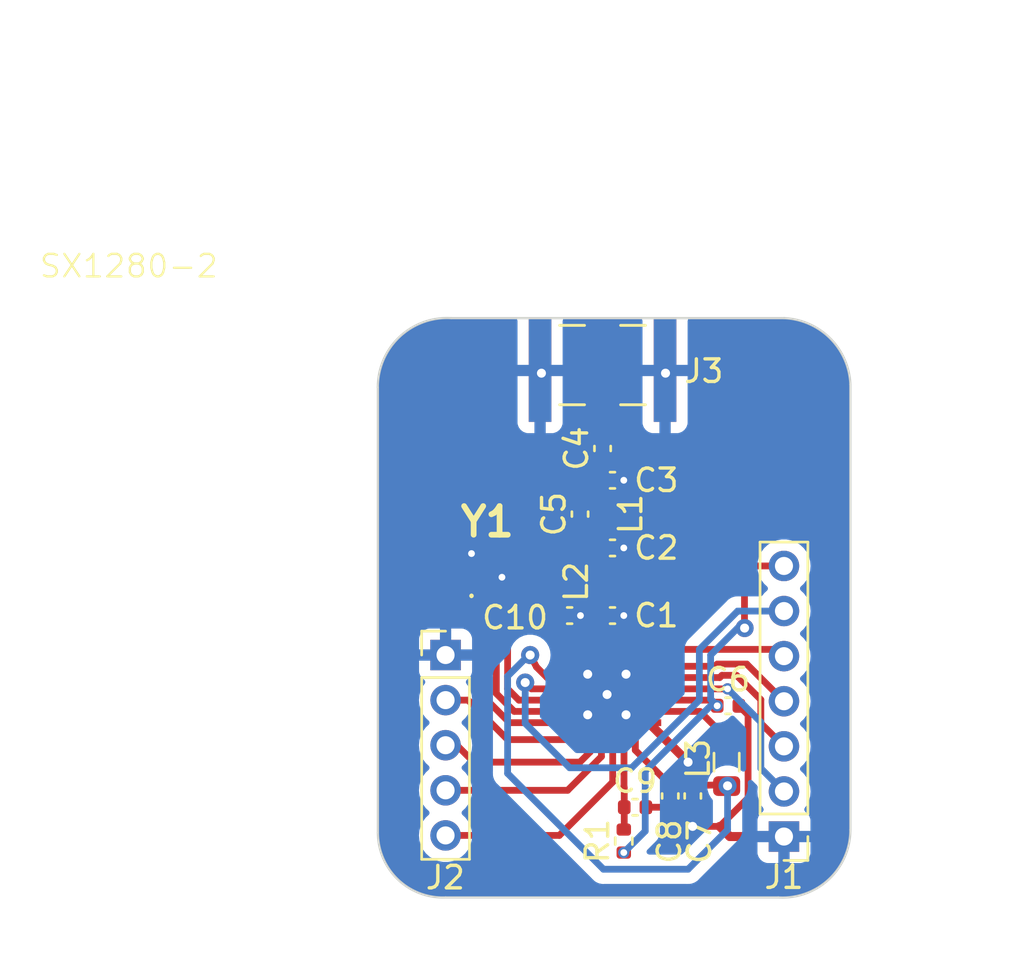
<source format=kicad_pcb>
(kicad_pcb (version 20221018) (generator pcbnew)
  (layers (0 "F.Cu" signal) (31 "B.Cu" signal) (34 "B.Paste" user) (35 "F.Paste" user) (36 "B.SilkS" user "B.Silkscreen") (37 "F.SilkS" user "F.Silkscreen") (38 "B.Mask" user) (39 "F.Mask" user) (44 "Edge.Cuts" user))
  (net 0 "")
  (net 1 "GND")
  (net 2 "Net-(SX1280-2-RFIO)")
  (net 3 "Net-(C2-Pad1)")
  (net 4 "Net-(C3-Pad1)")
  (net 5 "Net-(C4-Pad2)")
  (net 6 "/VDD_RADIO")
  (net 7 "/V_DCC")
  (net 8 "Net-(SX1280-2-VBAT_IO)")
  (net 9 "/V_PA")
  (net 10 "/BUSY")
  (net 11 "/DIO1")
  (net 12 "/DIO2")
  (net 13 "/DIO3")
  (net 14 "/MISO_TX")
  (net 15 "/MOSI_RX")
  (net 16 "/SCK")
  (net 17 "/NSS_CTS")
  (net 18 "/NRESET")
  (net 19 "/V_DCC2")
  (net 20 "/XTA")
  (net 21 "Net-(SX1280-2-XTB)")
  (footprint "footprints:TAOGLAS_EMPCB.SMAFSTJ.B.HT" (layer "F.Cu") (at 135.20925 119.13 180)
    (fp_text reference "J3" (at -4.49075 -0.03) (layer "F.SilkS") (effects (font (size 1.000961 1.000961))))
    (fp_text value "EMPCB.SMAFSTJ.B.HT")
    (fp_line (start -1.9 -1.52) (end -0.8 -1.52) (stroke (width 0.127)) (layer "F.SilkS"))
    (fp_line (start -1.9 2) (end -0.8 2) (stroke (width 0.127)) (layer "F.SilkS"))
    (fp_line (start 0.8 -1.52) (end 1.9 -1.52) (stroke (width 0.127)) (layer "F.SilkS"))
    (fp_line (start 0.8 2) (end 1.9 2) (stroke (width 0.127)) (layer "F.SilkS"))
    (pad "1" smd rect (at 0 0 180) (size 0.85 4.56) (layers "F.Cu" "F.Paste" "F.Mask") (net 5 "Net-(C4-Pad2)"))
    (pad "SH1" smd rect (at -2.77 0 180) (size 1 4.56) (layers "F.Cu" "F.Paste" "F.Mask") (net 1 "GND"))
    (pad "SH2" smd rect (at 2.77 0 180) (size 1 4.56) (layers "F.Cu" "F.Paste" "F.Mask") (net 1 "GND"))
    (pad "SH3" smd rect (at -2.77 0 180) (size 1 4.56) (layers "B.Cu" "B.Paste" "B.Mask") (net 1 "GND"))
    (pad "SH4" smd rect (at 2.77 0 180) (size 1 4.56) (layers "B.Cu" "B.Paste" "B.Mask") (net 1 "GND"))
  )
  (footprint "Inductor_SMD:L_0402_1005Metric" (layer "F.Cu") (at 135.20925 125.5 90)
    (fp_text reference "L1" (at 0 1.24075 90) (layer "F.SilkS"))
    (fp_text value "2.5nH")
    (pad "1" smd roundrect (at -0.485 0 90) (size 0.59 0.64) (layers "F.Cu" "F.Paste" "F.Mask") (net 3 "Net-(C2-Pad1)"))
    (pad "2" smd roundrect (at 0.485 0 90) (size 0.59 0.64) (layers "F.Cu" "F.Paste" "F.Mask") (net 4 "Net-(C3-Pad1)"))
  )
  (footprint "Capacitor_SMD:C_0402_1005Metric" (layer "F.Cu") (at 138.20925 138 -90)
    (fp_text reference "C8" (at 2.02 0.03925 90) (layer "F.SilkS"))
    (fp_text value "10nF")
    (fp_line (start -0.107836 -0.36) (end 0.107836 -0.36) (stroke (width 0.12)) (layer "F.SilkS"))
    (fp_line (start -0.107836 0.36) (end 0.107836 0.36) (stroke (width 0.12)) (layer "F.SilkS"))
    (pad "1" smd roundrect (at -0.48 0 270) (size 0.56 0.62) (layers "F.Cu" "F.Paste" "F.Mask") (net 7 "/V_DCC"))
    (pad "2" smd roundrect (at 0.48 0 270) (size 0.56 0.62) (layers "F.Cu" "F.Paste" "F.Mask") (net 1 "GND"))
  )
  (footprint "Connector_PinHeader_2.00mm:PinHeader_1x05_P2.00mm_Vertical" (layer "F.Cu") (at 128.25 131.75)
    (fp_text reference "J2" (at -0.01 9.87) (layer "F.SilkS"))
    (fp_text value "Conn_01x05_Pin")
    (fp_line (start -1.06 -1.06) (end 0 -1.06) (stroke (width 0.12)) (layer "F.SilkS"))
    (fp_line (start -1.06 0) (end -1.06 -1.06) (stroke (width 0.12)) (layer "F.SilkS"))
    (fp_line (start -1.06 1) (end -1.06 9.06) (stroke (width 0.12)) (layer "F.SilkS"))
    (fp_line (start -1.06 1) (end 1.06 1) (stroke (width 0.12)) (layer "F.SilkS"))
    (fp_line (start -1.06 9.06) (end 1.06 9.06) (stroke (width 0.12)) (layer "F.SilkS"))
    (fp_line (start 1.06 1) (end 1.06 9.06) (stroke (width 0.12)) (layer "F.SilkS"))
    (pad "1" thru_hole rect (at 0 0) (size 1.35 1.35) (drill 0.8) (layers "*.Cu" "*.Mask") (net 1 "GND"))
    (pad "2" thru_hole oval (at 0 2) (size 1.35 1.35) (drill 0.8) (layers "*.Cu" "*.Mask") (net 10 "/BUSY"))
    (pad "3" thru_hole oval (at 0 4) (size 1.35 1.35) (drill 0.8) (layers "*.Cu" "*.Mask") (net 11 "/DIO1"))
    (pad "4" thru_hole oval (at 0 6) (size 1.35 1.35) (drill 0.8) (layers "*.Cu" "*.Mask") (net 12 "/DIO2"))
    (pad "5" thru_hole oval (at 0 8) (size 1.35 1.35) (drill 0.8) (layers "*.Cu" "*.Mask") (net 13 "/DIO3"))
  )
  (footprint "Capacitor_SMD:C_0402_1005Metric" (layer "F.Cu") (at 133.75 130)
    (fp_text reference "C10" (at -2.42 0.09) (layer "F.SilkS"))
    (fp_text value "10nF")
    (fp_line (start -0.107836 -0.36) (end 0.107836 -0.36) (stroke (width 0.12)) (layer "F.SilkS"))
    (fp_line (start -0.107836 0.36) (end 0.107836 0.36) (stroke (width 0.12)) (layer "F.SilkS"))
    (pad "1" smd roundrect (at -0.48 0) (size 0.56 0.62) (layers "F.Cu" "F.Paste" "F.Mask") (net 9 "/V_PA"))
    (pad "2" smd roundrect (at 0.48 0) (size 0.56 0.62) (layers "F.Cu" "F.Paste" "F.Mask") (net 1 "GND"))
  )
  (footprint "Capacitor_SMD:C_0402_1005Metric" (layer "F.Cu") (at 135.65 124)
    (fp_text reference "C3" (at 1.94075 0) (layer "F.SilkS"))
    (fp_text value "1.2pF")
    (fp_line (start -0.107836 -0.36) (end 0.107836 -0.36) (stroke (width 0.12)) (layer "F.SilkS"))
    (fp_line (start -0.107836 0.36) (end 0.107836 0.36) (stroke (width 0.12)) (layer "F.SilkS"))
    (pad "1" smd roundrect (at -0.48 0) (size 0.56 0.62) (layers "F.Cu" "F.Paste" "F.Mask") (net 4 "Net-(C3-Pad1)"))
    (pad "2" smd roundrect (at 0.48 0) (size 0.56 0.62) (layers "F.Cu" "F.Paste" "F.Mask") (net 1 "GND"))
  )
  (footprint "Capacitor_SMD:C_0402_1005Metric" (layer "F.Cu") (at 139.20925 138 -90)
    (fp_text reference "C7" (at 2.03 -0.29075 90) (layer "F.SilkS"))
    (fp_text value "470nF")
    (fp_line (start -0.107836 -0.36) (end 0.107836 -0.36) (stroke (width 0.12)) (layer "F.SilkS"))
    (fp_line (start -0.107836 0.36) (end 0.107836 0.36) (stroke (width 0.12)) (layer "F.SilkS"))
    (pad "1" smd roundrect (at -0.48 0 270) (size 0.56 0.62) (layers "F.Cu" "F.Paste" "F.Mask") (net 7 "/V_DCC"))
    (pad "2" smd roundrect (at 0.48 0 270) (size 0.56 0.62) (layers "F.Cu" "F.Paste" "F.Mask") (net 1 "GND"))
  )
  (footprint "footprints:NX2016SA26MSTDCZS1" (layer "F.Cu") (at 130.075 127.775)
    (fp_text reference "Y1" (at 0.025 -1.935) (layer "F.SilkS") (effects (font (size 1.27 1.27) (thickness 0.254))))
    (fp_text value "NX2016SA-26M-STD-CZS-1" hide)
    (fp_line (start -0.675 1.3) (end -0.675 1.3) (stroke (width 0.1)) (layer "F.SilkS"))
    (fp_line (start -0.675 1.4) (end -0.675 1.4) (stroke (width 0.1)) (layer "F.SilkS"))
    (fp_arc (start -0.675 1.3) (mid -0.625 1.35) (end -0.675 1.4) (stroke (width 0.1)) (layer "F.SilkS"))
    (fp_arc (start -0.675 1.4) (mid -0.725 1.35) (end -0.675 1.3) (stroke (width 0.1)) (layer "F.SilkS"))
    (pad "1" smd rect (at -0.675 0.525 90) (size 0.75 0.85) (layers "F.Cu" "F.Paste" "F.Mask") (net 21 "Net-(SX1280-2-XTB)"))
    (pad "2" smd rect (at 0.675 0.525 90) (size 0.75 0.85) (layers "F.Cu" "F.Paste" "F.Mask") (net 1 "GND"))
    (pad "3" smd rect (at 0.675 -0.525 90) (size 0.75 0.85) (layers "F.Cu" "F.Paste" "F.Mask") (net 20 "/XTA"))
    (pad "4" smd rect (at -0.675 -0.525 90) (size 0.75 0.85) (layers "F.Cu" "F.Paste" "F.Mask") (net 1 "GND"))
  )
  (footprint "Resistor_SMD:R_0402_1005Metric" (layer "F.Cu") (at 136.15 140 90)
    (fp_text reference "R1" (at 0 -1.17 90) (layer "F.SilkS"))
    (fp_text value "0")
    (fp_line (start -0.153641 -0.38) (end 0.153641 -0.38) (stroke (width 0.12)) (layer "F.SilkS"))
    (fp_line (start -0.153641 0.38) (end 0.153641 0.38) (stroke (width 0.12)) (layer "F.SilkS"))
    (pad "1" smd roundrect (at -0.51 0 90) (size 0.54 0.64) (layers "F.Cu" "F.Paste" "F.Mask") (net 6 "/VDD_RADIO"))
    (pad "2" smd roundrect (at 0.51 0 90) (size 0.54 0.64) (layers "F.Cu" "F.Paste" "F.Mask") (net 8 "Net-(SX1280-2-VBAT_IO)"))
  )
  (footprint "Capacitor_SMD:C_0402_1005Metric" (layer "F.Cu") (at 134.20925 125.5 90)
    (fp_text reference "C5" (at 0 -1.16 90) (layer "F.SilkS"))
    (fp_text value "0.5pF")
    (fp_line (start -0.107836 -0.36) (end 0.107836 -0.36) (stroke (width 0.12)) (layer "F.SilkS"))
    (fp_line (start -0.107836 0.36) (end 0.107836 0.36) (stroke (width 0.12)) (layer "F.SilkS"))
    (pad "1" smd roundrect (at -0.48 0 90) (size 0.56 0.62) (layers "F.Cu" "F.Paste" "F.Mask") (net 3 "Net-(C2-Pad1)"))
    (pad "2" smd roundrect (at 0.48 0 90) (size 0.56 0.62) (layers "F.Cu" "F.Paste" "F.Mask") (net 4 "Net-(C3-Pad1)"))
  )
  (footprint "Capacitor_SMD:C_0402_1005Metric" (layer "F.Cu") (at 135.21 122.59 90)
    (fp_text reference "C4" (at 0 -1.16 90) (layer "F.SilkS"))
    (fp_text value "100pF")
    (fp_line (start -0.107836 -0.36) (end 0.107836 -0.36) (stroke (width 0.12)) (layer "F.SilkS"))
    (fp_line (start -0.107836 0.36) (end 0.107836 0.36) (stroke (width 0.12)) (layer "F.SilkS"))
    (pad "1" smd roundrect (at -0.48 0 90) (size 0.56 0.62) (layers "F.Cu" "F.Paste" "F.Mask") (net 4 "Net-(C3-Pad1)"))
    (pad "2" smd roundrect (at 0.48 0 90) (size 0.56 0.62) (layers "F.Cu" "F.Paste" "F.Mask") (net 5 "Net-(C4-Pad2)"))
  )
  (footprint "Inductor_SMD:L_0402_1005Metric" (layer "F.Cu") (at 135.20925 128.5 90)
    (fp_text reference "L2" (at 0 -1.17 90) (layer "F.SilkS"))
    (fp_text value "3nH")
    (pad "1" smd roundrect (at -0.485 0 90) (size 0.59 0.64) (layers "F.Cu" "F.Paste" "F.Mask") (net 2 "Net-(SX1280-2-RFIO)"))
    (pad "2" smd roundrect (at 0.485 0 90) (size 0.59 0.64) (layers "F.Cu" "F.Paste" "F.Mask") (net 3 "Net-(C2-Pad1)"))
  )
  (footprint "Capacitor_SMD:C_0402_1005Metric" (layer "F.Cu") (at 135.65 127)
    (fp_text reference "C2" (at 1.94075 0) (layer "F.SilkS"))
    (fp_text value "1.2pF")
    (fp_line (start -0.107836 -0.36) (end 0.107836 -0.36) (stroke (width 0.12)) (layer "F.SilkS"))
    (fp_line (start -0.107836 0.36) (end 0.107836 0.36) (stroke (width 0.12)) (layer "F.SilkS"))
    (pad "1" smd roundrect (at -0.48 0) (size 0.56 0.62) (layers "F.Cu" "F.Paste" "F.Mask") (net 3 "Net-(C2-Pad1)"))
    (pad "2" smd roundrect (at 0.48 0) (size 0.56 0.62) (layers "F.Cu" "F.Paste" "F.Mask") (net 1 "GND"))
  )
  (footprint "Capacitor_SMD:C_0402_1005Metric" (layer "F.Cu") (at 136.65 138.5)
    (fp_text reference "C9" (at 0 -1.16) (layer "F.SilkS"))
    (fp_text value "100nF")
    (fp_line (start -0.107836 -0.36) (end 0.107836 -0.36) (stroke (width 0.12)) (layer "F.SilkS"))
    (fp_line (start -0.107836 0.36) (end 0.107836 0.36) (stroke (width 0.12)) (layer "F.SilkS"))
    (pad "1" smd roundrect (at -0.48 0) (size 0.56 0.62) (layers "F.Cu" "F.Paste" "F.Mask") (net 8 "Net-(SX1280-2-VBAT_IO)"))
    (pad "2" smd roundrect (at 0.48 0) (size 0.56 0.62) (layers "F.Cu" "F.Paste" "F.Mask") (net 1 "GND"))
  )
  (footprint "Capacitor_SMD:C_0402_1005Metric" (layer "F.Cu") (at 140.77 134)
    (fp_text reference "C6" (at 0 -1.16) (layer "F.SilkS"))
    (fp_text value "100nF")
    (fp_line (start -0.107836 -0.36) (end 0.107836 -0.36) (stroke (width 0.12)) (layer "F.SilkS"))
    (fp_line (start -0.107836 0.36) (end 0.107836 0.36) (stroke (width 0.12)) (layer "F.SilkS"))
    (pad "1" smd roundrect (at -0.48 0) (size 0.56 0.62) (layers "F.Cu" "F.Paste" "F.Mask") (net 6 "/VDD_RADIO"))
    (pad "2" smd roundrect (at 0.48 0) (size 0.56 0.62) (layers "F.Cu" "F.Paste" "F.Mask") (net 1 "GND"))
  )
  (footprint "SX1280:SX1280" (layer "F.Cu") (at 134.05925 135.1)
    (fp_text reference "SX1280-2" (at -19.85 -20.6 unlocked) (layer "F.SilkS") (effects (font (thickness 0.1))))
    (fp_text value "~")
    (pad "0" smd rect (at 1.35 -1.6) (size 2.7 2.7) (layers "F.Cu" "F.Paste" "F.Mask") (net 1 "GND"))
    (pad "1" smd rect (at -0.65 -2.85 90) (size 0.3 0.8) (layers "F.Cu" "F.Paste" "F.Mask") (net 9 "/V_PA"))
    (pad "2" smd rect (at -0.65 -2.35 90) (size 0.3 0.8) (layers "F.Cu" "F.Paste" "F.Mask") (net 7 "/V_DCC"))
    (pad "3" smd rect (at -0.65 -1.85 90) (size 0.3 0.8) (layers "F.Cu" "F.Paste" "F.Mask") (net 18 "/NRESET"))
    (pad "4" smd rect (at -0.65 -1.35 90) (size 0.3 0.8) (layers "F.Cu" "F.Paste" "F.Mask") (net 20 "/XTA"))
    (pad "5" smd rect (at -0.65 -0.85 90) (size 0.3 0.8) (layers "F.Cu" "F.Paste" "F.Mask") (net 1 "GND"))
    (pad "6" smd rect (at -0.65 -0.35 90) (size 0.3 0.8) (layers "F.Cu" "F.Paste" "F.Mask") (net 21 "Net-(SX1280-2-XTB)"))
    (pad "7" smd rect (at 0.1 0.4) (size 0.3 0.8) (layers "F.Cu" "F.Paste" "F.Mask") (net 10 "/BUSY"))
    (pad "8" smd rect (at 0.6 0.4) (size 0.3 0.8) (layers "F.Cu" "F.Paste" "F.Mask") (net 11 "/DIO1"))
    (pad "9" smd rect (at 1.1 0.4) (size 0.3 0.8) (layers "F.Cu" "F.Paste" "F.Mask") (net 12 "/DIO2"))
    (pad "10" smd rect (at 1.6 0.4) (size 0.3 0.8) (layers "F.Cu" "F.Paste" "F.Mask") (net 13 "/DIO3"))
    (pad "11" smd rect (at 2.1 0.4) (size 0.3 0.8) (layers "F.Cu" "F.Paste" "F.Mask") (net 8 "Net-(SX1280-2-VBAT_IO)"))
    (pad "12" smd rect (at 2.6 0.4) (size 0.3 0.8) (layers "F.Cu" "F.Paste" "F.Mask") (net 7 "/V_DCC"))
    (pad "13" smd rect (at 3.35 -0.35 90) (size 0.3 0.8) (layers "F.Cu" "F.Paste" "F.Mask") (net 1 "GND"))
    (pad "14" smd rect (at 3.35 -0.85 90) (size 0.3 0.8) (layers "F.Cu" "F.Paste" "F.Mask") (net 19 "/V_DCC2"))
    (pad "15" smd rect (at 3.35 -1.35 90) (size 0.3 0.8) (layers "F.Cu" "F.Paste" "F.Mask") (net 6 "/VDD_RADIO"))
    (pad "16" smd rect (at 3.35 -1.85 90) (size 0.3 0.8) (layers "F.Cu" "F.Paste" "F.Mask") (net 14 "/MISO_TX"))
    (pad "17" smd rect (at 3.35 -2.35 90) (size 0.3 0.8) (layers "F.Cu" "F.Paste" "F.Mask") (net 15 "/MOSI_RX"))
    (pad "18" smd rect (at 3.35 -2.85 90) (size 0.3 0.8) (layers "F.Cu" "F.Paste" "F.Mask") (net 16 "/SCK"))
    (pad "19" smd rect (at 2.6 -3.6) (size 0.3 0.8) (layers "F.Cu" "F.Paste" "F.Mask") (net 17 "/NSS_CTS"))
    (pad "20" smd rect (at 2.1 -3.6) (size 0.3 0.8) (layers "F.Cu" "F.Paste" "F.Mask") (net 1 "GND"))
    (pad "21" smd rect (at 1.6 -3.6) (size 0.3 0.8) (layers "F.Cu" "F.Paste" "F.Mask") (net 1 "GND"))
    (pad "22" smd rect (at 1.1 -3.6) (size 0.3 0.8) (layers "F.Cu" "F.Paste" "F.Mask") (net 2 "Net-(SX1280-2-RFIO)"))
    (pad "23" smd rect (at 0.6 -3.6) (size 0.3 0.8) (layers "F.Cu" "F.Paste" "F.Mask") (net 1 "GND"))
    (pad "24" smd rect (at 0.1 -3.6) (size 0.3 0.8) (layers "F.Cu" "F.Paste" "F.Mask") (net 1 "GND"))
  )
  (footprint "Inductor_SMD:L_0805_2012Metric" (layer "F.Cu") (at 140.70925 136.5 90)
    (fp_text reference "L3" (at 0.15 -1.26925 90) (layer "F.SilkS"))
    (fp_text value "15uH")
    (fp_line (start -0.399622 -0.56) (end 0.399622 -0.56) (stroke (width 0.12)) (layer "F.SilkS"))
    (fp_line (start -0.399622 0.56) (end 0.399622 0.56) (stroke (width 0.12)) (layer "F.SilkS"))
    (pad "1" smd roundrect (at -1.0625 0 90) (size 0.875 1.2) (layers "F.Cu" "F.Paste" "F.Mask") (net 7 "/V_DCC"))
    (pad "2" smd roundrect (at 1.0625 0 90) (size 0.875 1.2) (layers "F.Cu" "F.Paste" "F.Mask") (net 19 "/V_DCC2"))
  )
  (footprint "Capacitor_SMD:C_0402_1005Metric" (layer "F.Cu") (at 135.65 130)
    (fp_text reference "C1" (at 1.94075 0) (layer "F.SilkS"))
    (fp_text value "0.8pF")
    (fp_line (start -0.107836 -0.36) (end 0.107836 -0.36) (stroke (width 0.12)) (layer "F.SilkS"))
    (fp_line (start -0.107836 0.36) (end 0.107836 0.36) (stroke (width 0.12)) (layer "F.SilkS"))
    (pad "1" smd roundrect (at -0.48 0) (size 0.56 0.62) (layers "F.Cu" "F.Paste" "F.Mask") (net 2 "Net-(SX1280-2-RFIO)"))
    (pad "2" smd roundrect (at 0.48 0) (size 0.56 0.62) (layers "F.Cu" "F.Paste" "F.Mask") (net 1 "GND"))
  )
  (footprint "Connector_PinHeader_2.00mm:PinHeader_1x07_P2.00mm_Vertical" (layer "F.Cu") (at 143.25 139.8 180)
    (fp_text reference "J1" (at 0 -1.8) (layer "F.SilkS"))
    (fp_text value "Conn_01x07_Pin")
    (fp_line (start -1.06 -1.06) (end 0 -1.06) (stroke (width 0.12)) (layer "F.SilkS"))
    (fp_line (start -1.06 0) (end -1.06 -1.06) (stroke (width 0.12)) (layer "F.SilkS"))
    (fp_line (start -1.06 1) (end -1.06 13.06) (stroke (width 0.12)) (layer "F.SilkS"))
    (fp_line (start -1.06 1) (end 1.06 1) (stroke (width 0.12)) (layer "F.SilkS"))
    (fp_line (start -1.06 13.06) (end 1.06 13.06) (stroke (width 0.12)) (layer "F.SilkS"))
    (fp_line (start 1.06 1) (end 1.06 13.06) (stroke (width 0.12)) (layer "F.SilkS"))
    (pad "1" thru_hole rect (at 0 0 180) (size 1.35 1.35) (drill 0.8) (layers "*.Cu" "*.Mask") (net 1 "GND"))
    (pad "2" thru_hole oval (at 0 2 180) (size 1.35 1.35) (drill 0.8) (layers "*.Cu" "*.Mask") (net 14 "/MISO_TX"))
    (pad "3" thru_hole oval (at 0 4 180) (size 1.35 1.35) (drill 0.8) (layers "*.Cu" "*.Mask") (net 15 "/MOSI_RX"))
    (pad "4" thru_hole oval (at 0 6 180) (size 1.35 1.35) (drill 0.8) (layers "*.Cu" "*.Mask") (net 16 "/SCK"))
    (pad "5" thru_hole oval (at 0 8 180) (size 1.35 1.35) (drill 0.8) (layers "*.Cu" "*.Mask") (net 17 "/NSS_CTS"))
    (pad "6" thru_hole oval (at 0 10 180) (size 1.35 1.35) (drill 0.8) (layers "*.Cu" "*.Mask") (net 18 "/NRESET"))
    (pad "7" thru_hole oval (at 0 12 180) (size 1.35 1.35) (drill 0.8) (layers "*.Cu" "*.Mask") (net 6 "/VDD_RADIO"))
  )
  (gr_line (start 146.194361 139.500001) (end 146.194361 119.75) (stroke (width 0.1)) (layer "Edge.Cuts"))
  (gr_line (start 143 142.500001) (end 128.25 142.5) (stroke (width 0.1)) (layer "Edge.Cuts"))
  (gr_arc (start 143.257461 116.809223) (mid 145.299757 117.706591) (end 146.194612 119.74999) (stroke (width 0.1)) (layer "Edge.Cuts"))
  (gr_arc (start 128.25 142.5) (mid 126.13589 141.701527) (end 125.25 139.622532) (stroke (width 0.1)) (layer "Edge.Cuts"))
  (gr_arc (start 125.247283 119.875003) (mid 126.211302 117.638273) (end 128.501412 116.809001) (stroke (width 0.1)) (layer "Edge.Cuts"))
  (gr_line (start 125.25 119.875) (end 125.25 139.624999) (stroke (width 0.1)) (layer "Edge.Cuts"))
  (gr_line (start 143.257461 116.809222) (end 128.501412 116.809) (stroke (width 0.1)) (layer "Edge.Cuts"))
  (gr_arc (start 146.194361 139.500001) (mid 145.246244 141.691115) (end 143 142.5) (stroke (width 0.1)) (layer "Edge.Cuts"))
  (segment (start 136.15925 131.5) (end 136.15925 130.00925) (width 0.25) (layer "F.Cu") (net 1))
  (segment (start 128.25 131.75) (end 128.25 131.25) (width 0.3) (layer "F.Cu") (net 1))
  (segment (start 139.2 138.5) (end 138.20925 138.48) (width 0.3) (layer "F.Cu") (net 1))
  (segment (start 141.65925 138.09075) (end 140.4 139.35) (width 0.3) (layer "F.Cu") (net 1))
  (segment (start 130.75 128.3) (end 131 128.55) (width 0.3) (layer "F.Cu") (net 1))
  (segment (start 131.292894 134.25) (end 133.40925 134.25) (width 0.3) (layer "F.Cu") (net 1))
  (segment (start 128.75 127.25) (end 128.25 127.75) (width 0.4) (layer "F.Cu") (net 1))
  (segment (start 130.75 128.3) (end 130.5 128.55) (width 0.3) (layer "F.Cu") (net 1))
  (segment (start 130.5 133.457107) (end 131.292894 134.25) (width 0.3) (layer "F.Cu") (net 1))
  (segment (start 129.4 127.25) (end 128.75 127.25) (width 0.4) (layer "F.Cu") (net 1))
  (segment (start 143.25 139.8) (end 140.85 139.8) (width 0.4) (layer "F.Cu") (net 1))
  (segment (start 130.5 128.55) (end 130.5 133.457107) (width 0.3) (layer "F.Cu") (net 1))
  (segment (start 134.23 131.42925) (end 134.15925 131.5) (width 0.3) (layer "F.Cu") (net 1))
  (segment (start 137.40925 134.90925) (end 137.40925 134.8) (width 0.4) (layer "F.Cu") (net 1))
  (segment (start 137.13 138.5) (end 138.18925 138.5) (width 0.3) (layer "F.Cu") (net 1))
  (segment (start 139.20925 138.48) (end 139.2 138.5) (width 0.3) (layer "F.Cu") (net 1))
  (segment (start 134.65925 131.5) (end 134.15925 131.5) (width 0.25) (layer "F.Cu") (net 1))
  (segment (start 134.23 130) (end 134.23 131.42925) (width 0.3) (layer "F.Cu") (net 1))
  (segment (start 128.25 127.75) (end 128.25 131.25) (width 0.4) (layer "F.Cu") (net 1))
  (segment (start 140.4 139.35) (end 139.2 139.35) (width 0.3) (layer "F.Cu") (net 1))
  (segment (start 139 136.5) (end 137.40925 134.90925) (width 0.4) (layer "F.Cu") (net 1))
  (segment (start 140.85 139.8) (end 140.4 139.35) (width 0.4) (layer "F.Cu") (net 1))
  (segment (start 141.25 134) (end 141.65925 134.40925) (width 0.3) (layer "F.Cu") (net 1))
  (segment (start 138.18925 138.5) (end 138.20925 138.48) (width 0.3) (layer "F.Cu") (net 1))
  (segment (start 139.20925 139.34075) (end 139.2 139.35) (width 0.3) (layer "F.Cu") (net 1))
  (segment (start 141.65925 134.40925) (end 141.65925 138.09075) (width 0.3) (layer "F.Cu") (net 1))
  (segment (start 135.65925 131.5) (end 136.15925 131.5) (width 0.25) (layer "F.Cu") (net 1))
  (segment (start 139.20925 138.48) (end 139.20925 139.34075) (width 0.3) (layer "F.Cu") (net 1))
  (segment (start 136.15925 130.00925) (end 136.15 130) (width 0.25) (layer "F.Cu") (net 1))
  (via (at 129.4 127.25) (size 0.5) (drill 0.3) (layers "F.Cu" "B.Cu") (net 1))
  (via (at 134.55 132.6) (size 0.8) (drill 0.4) (layers "F.Cu" "B.Cu") (net 1))
  (via (at 136.15 130) (size 0.5) (drill 0.3) (layers "F.Cu" "B.Cu") (net 1))
  (via (at 135.40925 133.5) (size 0.8) (drill 0.4) (layers "F.Cu" "B.Cu") (net 1))
  (via (at 134.55 134.4) (size 0.8) (drill 0.4) (layers "F.Cu" "B.Cu") (net 1))
  (via (at 132.5 119.25) (size 0.8) (drill 0.4) (layers "F.Cu" "B.Cu") (net 1))
  (via (at 136.15 124) (size 0.5) (drill 0.3) (layers "F.Cu" "B.Cu") (net 1))
  (via (at 139 136.5) (size 0.8) (drill 0.4) (layers "F.Cu" "B.Cu") (net 1))
  (via (at 136.15 127) (size 0.5) (drill 0.3) (layers "F.Cu" "B.Cu") (net 1))
  (via (at 134.23 130) (size 0.5) (drill 0.3) (layers "F.Cu" "B.Cu") (net 1))
  (via (at 138 119.25) (size 0.8) (drill 0.4) (layers "F.Cu" "B.Cu") (net 1))
  (via (at 139.2 139.35) (size 0.8) (drill 0.4) (layers "F.Cu" "B.Cu") (net 1))
  (via (at 130.75 128.3) (size 0.5) (drill 0.3) (layers "F.Cu" "B.Cu") (net 1))
  (via (at 136.25 132.6) (size 0.8) (drill 0.4) (layers "F.Cu" "B.Cu") (net 1))
  (via (at 136.25 134.4) (size 0.8) (drill 0.4) (layers "F.Cu" "B.Cu") (net 1))
  (segment (start 135.17 130.873564) (end 135.15925 130.884314) (width 0.3) (layer "F.Cu") (net 2))
  (segment (start 135.17 130) (end 135.17 129.02425) (width 0.4) (layer "F.Cu") (net 2))
  (segment (start 135.17 129.02425) (end 135.20925 128.985) (width 0.4) (layer "F.Cu") (net 2))
  (segment (start 135.17 130) (end 135.17 130.873564) (width 0.3) (layer "F.Cu") (net 2))
  (segment (start 135.15925 130.884314) (end 135.15925 131.5) (width 0.3) (layer "F.Cu") (net 2))
  (segment (start 135.20925 128.015) (end 135.20925 127.03925) (width 0.4) (layer "F.Cu") (net 3))
  (segment (start 135.17 127) (end 135.17 126.02425) (width 0.4) (layer "F.Cu") (net 3))
  (segment (start 135.20925 127.03925) (end 135.17 127) (width 0.4) (layer "F.Cu") (net 3))
  (segment (start 135.17 126.02425) (end 135.20925 125.985) (width 0.4) (layer "F.Cu") (net 3))
  (segment (start 134.20925 125.98) (end 134.20925 126.03925) (width 0.4) (layer "F.Cu") (net 3))
  (segment (start 134.20925 126.03925) (end 135.17 127) (width 0.4) (layer "F.Cu") (net 3))
  (segment (start 134.20925 125.02) (end 134.20925 124.96075) (width 0.4) (layer "F.Cu") (net 4))
  (segment (start 135.20925 123.98) (end 135.22925 124) (width 0.4) (layer "F.Cu") (net 4))
  (segment (start 135.20925 124.03925) (end 135.17 124) (width 0.4) (layer "F.Cu") (net 4))
  (segment (start 135.20925 122.98) (end 135.20925 123.98) (width 0.4) (layer "F.Cu") (net 4))
  (segment (start 134.20925 124.96075) (end 135.17 124) (width 0.4) (layer "F.Cu") (net 4))
  (segment (start 135.20925 125.015) (end 135.20925 124.03925) (width 0.4) (layer "F.Cu") (net 4))
  (segment (start 135.20925 119.13) (end 135.20925 122.10925) (width 0.8) (layer "F.Cu") (net 5))
  (segment (start 135.20925 122.10925) (end 135.21 122.11) (width 0.4) (layer "F.Cu") (net 5))
  (segment (start 135.23 121.99925) (end 135.20925 122.02) (width 0.4) (layer "F.Cu") (net 5))
  (segment (start 141.5 128) (end 141.7 127.8) (width 0.3) (layer "F.Cu") (net 6))
  (segment (start 141.5 130.5495) (end 141.5 128) (width 0.3) (layer "F.Cu") (net 6))
  (segment (start 141.7 127.8) (end 143.25 127.8) (width 0.3) (layer "F.Cu") (net 6))
  (segment (start 141.505227 130.554727) (end 141.5 130.5495) (width 0.3) (layer "F.Cu") (net 6))
  (segment (start 140.04 133.75) (end 140.29 134) (width 0.3) (layer "F.Cu") (net 6))
  (segment (start 137.40925 133.75) (end 140.04 133.75) (width 0.3) (layer "F.Cu") (net 6))
  (via (at 136.15 140.51) (size 0.5) (drill 0.3) (layers "F.Cu" "B.Cu") (net 6))
  (via (at 141.505227 130.554727) (size 0.8) (drill 0.4) (layers "F.Cu" "B.Cu") (net 6))
  (via (at 140.29 134) (size 0.5) (drill 0.3) (layers "F.Cu" "B.Cu") (net 6))
  (segment (start 140 133.71) (end 140.29 134) (width 0.3) (layer "B.Cu") (net 6))
  (segment (start 140 131.75) (end 140 133.71) (width 0.3) (layer "B.Cu") (net 6))
  (segment (start 137.1 136.9) (end 140.15 133.85) (width 0.3) (layer "B.Cu") (net 6))
  (segment (start 137.1 139.56) (end 137.1 136.9) (width 0.3) (layer "B.Cu") (net 6))
  (segment (start 141.195273 130.554727) (end 140 131.75) (width 0.3) (layer "B.Cu") (net 6))
  (segment (start 136.15 140.51) (end 137.1 139.56) (width 0.3) (layer "B.Cu") (net 6))
  (segment (start 141.505227 130.554727) (end 141.195273 130.554727) (width 0.3) (layer "B.Cu") (net 6))
  (segment (start 133.40925 132.75) (end 132.75 132.75) (width 0.3) (layer "F.Cu") (net 7))
  (segment (start 140.75 137.5) (end 138.25175 137.5625) (width 0.3) (layer "F.Cu") (net 7))
  (segment (start 132.28033 132.28033) (end 132 131.75) (width 0.3) (layer "F.Cu") (net 7))
  (segment (start 132.75 132.75) (end 132.28033 132.28033) (width 0.3) (layer "F.Cu") (net 7))
  (segment (start 136.65925 135.97) (end 138.20925 137.52) (width 0.3) (layer "F.Cu") (net 7))
  (segment (start 140.70925 137.5625) (end 140.75 137.5) (width 0.3) (layer "F.Cu") (net 7))
  (segment (start 136.65925 135.5) (end 136.65925 135.97) (width 0.3) (layer "F.Cu") (net 7))
  (segment (start 138.25175 137.5625) (end 138.20925 137.52) (width 0.3) (layer "F.Cu") (net 7))
  (segment (start 132 131.75) (end 132 132) (width 0.3) (layer "F.Cu") (net 7))
  (via (at 132 131.75) (size 0.8) (drill 0.4) (layers "F.Cu" "B.Cu") (net 7))
  (via (at 140.75 137.55) (size 0.8) (drill 0.4) (layers "F.Cu" "B.Cu") (net 7))
  (segment (start 140.75 139.5) (end 140.75 137.75) (width 0.3) (layer "B.Cu") (net 7))
  (segment (start 131.938839 131.75) (end 131 132.688839) (width 0.3) (layer "B.Cu") (net 7))
  (segment (start 131 137) (end 135.25 141.25) (width 0.3) (layer "B.Cu") (net 7))
  (segment (start 131 132.688839) (end 131 137) (width 0.3) (layer "B.Cu") (net 7))
  (segment (start 135.25 141.25) (end 139 141.25) (width 0.3) (layer "B.Cu") (net 7))
  (segment (start 132 131.75) (end 131.938839 131.75) (width 0.3) (layer "B.Cu") (net 7))
  (segment (start 139 141.25) (end 140.75 139.5) (width 0.3) (layer "B.Cu") (net 7))
  (segment (start 136.15 137.6) (end 136.17 137.62) (width 0.3) (layer "F.Cu") (net 8))
  (segment (start 136.15925 137.59075) (end 136.15 137.6) (width 0.3) (layer "F.Cu") (net 8))
  (segment (start 136.17 139.47) (end 136.15 139.49) (width 0.3) (layer "F.Cu") (net 8))
  (segment (start 136.17 137.62) (end 136.17 138.5) (width 0.3) (layer "F.Cu") (net 8))
  (segment (start 136.17 138.5) (end 136.17 139.47) (width 0.3) (layer "F.Cu") (net 8))
  (segment (start 136.15 139.49) (end 136.15 139.482966) (width 0.3) (layer "F.Cu") (net 8))
  (segment (start 136.15925 135.5) (end 136.15925 137.59075) (width 0.3) (layer "F.Cu") (net 8))
  (segment (start 133.40925 132.25) (end 133.15 131.99075) (width 0.3) (layer "F.Cu") (net 9))
  (segment (start 133.15 131.99075) (end 133.15 130) (width 0.3) (layer "F.Cu") (net 9))
  (segment (start 131 135.5) (end 129.25 133.75) (width 0.3) (layer "F.Cu") (net 10))
  (segment (start 129.25 133.75) (end 128.75 133.75) (width 0.3) (layer "F.Cu") (net 10))
  (segment (start 134.15925 135.5) (end 131 135.5) (width 0.3) (layer "F.Cu") (net 10))
  (segment (start 129.5 136.5) (end 128.75 135.75) (width 0.3) (layer "F.Cu") (net 11))
  (segment (start 128.75 135.75) (end 128.25 135.75) (width 0.3) (layer "F.Cu") (net 11))
  (segment (start 134.65925 135.5) (end 134.65925 136.044976) (width 0.3) (layer "F.Cu") (net 11))
  (segment (start 134.204226 136.5) (end 129.5 136.5) (width 0.3) (layer "F.Cu") (net 11))
  (segment (start 134.65925 136.044976) (end 134.204226 136.5) (width 0.3) (layer "F.Cu") (net 11))
  (segment (start 135.15925 135.5) (end 135.15925 136.252082) (width 0.3) (layer "F.Cu") (net 12))
  (segment (start 133.661332 137.75) (end 128.75 137.75) (width 0.3) (layer "F.Cu") (net 12))
  (segment (start 135.15925 136.252082) (end 133.661332 137.75) (width 0.3) (layer "F.Cu") (net 12))
  (segment (start 128.75 137.75) (end 128.25 137.25) (width 0.3) (layer "F.Cu") (net 12))
  (segment (start 128.75 139.75) (end 128.25 139.25) (width 0.3) (layer "F.Cu") (net 13))
  (segment (start 133.292894 139.75) (end 128.75 139.75) (width 0.3) (layer "F.Cu") (net 13))
  (segment (start 135.65925 137.383644) (end 133.292894 139.75) (width 0.3) (layer "F.Cu") (net 13))
  (segment (start 135.65925 135.5) (end 135.65925 137.383644) (width 0.3) (layer "F.Cu") (net 13))
  (segment (start 140.75 133.25) (end 137.40925 133.25) (width 0.3) (layer "F.Cu") (net 14))
  (via (at 140.75 133.25) (size 0.5) (drill 0.3) (layers "F.Cu" "B.Cu") (net 14))
  (segment (start 142.225 136.775) (end 143.25 137.8) (width 0.3) (layer "B.Cu") (net 14))
  (segment (start 140.75 133.25) (end 142.225 134.725) (width 0.3) (layer "B.Cu") (net 14))
  (segment (start 142.225 134.725) (end 142.225 136.775) (width 0.3) (layer "B.Cu") (net 14))
  (segment (start 137.40925 132.75) (end 140.401471 132.75) (width 0.3) (layer "F.Cu") (net 15))
  (segment (start 142.225 133.728553) (end 142.225 134.775) (width 0.3) (layer "F.Cu") (net 15))
  (segment (start 140.401471 132.75) (end 140.501471 132.65) (width 0.3) (layer "F.Cu") (net 15))
  (segment (start 142.225 134.775) (end 143.25 135.8) (width 0.3) (layer "F.Cu") (net 15))
  (segment (start 141.146447 132.65) (end 142.225 133.728553) (width 0.3) (layer "F.Cu") (net 15))
  (segment (start 140.501471 132.65) (end 141.146447 132.65) (width 0.3) (layer "F.Cu") (net 15))
  (segment (start 143.25 133.8) (end 141.6 132.15) (width 0.3) (layer "F.Cu") (net 16))
  (segment (start 141.6 132.15) (end 140.294364 132.15) (width 0.3) (layer "F.Cu") (net 16))
  (segment (start 140.294364 132.15) (end 140.194364 132.25) (width 0.3) (layer "F.Cu") (net 16))
  (segment (start 140.194364 132.25) (end 137.40925 132.25) (width 0.3) (layer "F.Cu") (net 16))
  (segment (start 143.05 132) (end 143.25 131.8) (width 0.3) (layer "F.Cu") (net 17))
  (segment (start 136.65925 131.5) (end 142.95 131.5) (width 0.3) (layer "F.Cu") (net 17))
  (segment (start 142.95 131.5) (end 143.25 131.8) (width 0.3) (layer "F.Cu") (net 17))
  (segment (start 131.779727 132.969773) (end 131.809954 133) (width 0.3) (layer "F.Cu") (net 18))
  (segment (start 132.059954 133.25) (end 133.40925 133.25) (width 0.3) (layer "F.Cu") (net 18))
  (segment (start 131.779727 132.969773) (end 132.059954 133.25) (width 0.3) (layer "F.Cu") (net 18))
  (segment (start 131.809954 133) (end 132 133) (width 0.3) (layer "F.Cu") (net 18))
  (via (at 131.779727 132.969773) (size 0.8) (drill 0.4) (layers "F.Cu" "B.Cu") (net 18))
  (segment (start 139.5 131.5) (end 139.5 133.75) (width 0.3) (layer "B.Cu") (net 18))
  (segment (start 131.779727 134.779727) (end 131.779727 132.969773) (width 0.3) (layer "B.Cu") (net 18))
  (segment (start 139.5 133.75) (end 136.5 136.75) (width 0.3) (layer "B.Cu") (net 18))
  (segment (start 133.75 136.75) (end 131.779727 134.779727) (width 0.3) (layer "B.Cu") (net 18))
  (segment (start 141.2 129.8) (end 139.5 131.5) (width 0.3) (layer "B.Cu") (net 18))
  (segment (start 143.25 129.8) (end 141.2 129.8) (width 0.3) (layer "B.Cu") (net 18))
  (segment (start 136.5 136.75) (end 133.75 136.75) (width 0.3) (layer "B.Cu") (net 18))
  (segment (start 137.40925 134.25) (end 139.52175 134.25) (width 0.3) (layer "F.Cu") (net 19))
  (segment (start 139.52175 134.25) (end 140.70925 135.4375) (width 0.3) (layer "F.Cu") (net 19))
  (segment (start 131 127.25) (end 130.75 127.25) (width 0.3) (layer "F.Cu") (net 20))
  (segment (start 131.75 128) (end 131 127.25) (width 0.3) (layer "F.Cu") (net 20))
  (segment (start 131 133.25) (end 131 131.25) (width 0.3) (layer "F.Cu") (net 20))
  (segment (start 131.5 133.75) (end 131 133.25) (width 0.3) (layer "F.Cu") (net 20))
  (segment (start 131 131.25) (end 131.75 130.5) (width 0.3) (layer "F.Cu") (net 20))
  (segment (start 133.40925 133.75) (end 131.5 133.75) (width 0.3) (layer "F.Cu") (net 20))
  (segment (start 131.75 130.5) (end 131.75 128) (width 0.3) (layer "F.Cu") (net 20))
  (segment (start 131.085788 134.750001) (end 130 133.664214) (width 0.3) (layer "F.Cu") (net 21))
  (segment (start 129.4 129.15) (end 129.4 128.3) (width 0.3) (layer "F.Cu") (net 21))
  (segment (start 130 133.664214) (end 130 129.75) (width 0.3) (layer "F.Cu") (net 21))
  (segment (start 130 129.75) (end 129.4 129.15) (width 0.3) (layer "F.Cu") (net 21))
  (segment (start 133.40925 134.75) (end 131.085788 134.750001) (width 0.3) (layer "F.Cu") (net 21))
  (zone (net 1) (net_name "GND") (layer "B.Cu") (name "Ground plane") (priority 2) (connect_pads (clearance 0.5)) (min_thickness 0.25) (fill yes (thermal_gap 0.5) (thermal_bridge_width 0.5))
    (polygon (pts (xy 109.5 102.7) (xy 153.9 102.8) (xy 153.7 145.7) (xy 108.5 145)))
  )
)
</source>
